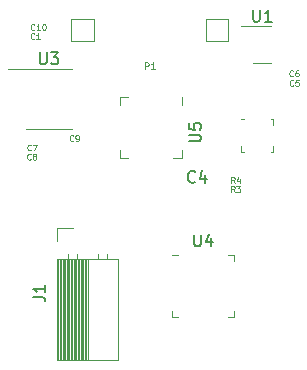
<source format=gbr>
%TF.GenerationSoftware,KiCad,Pcbnew,7.0.6*%
%TF.CreationDate,2023-07-11T14:09:12+02:00*%
%TF.ProjectId,power-output,706f7765-722d-46f7-9574-7075742e6b69,X1*%
%TF.SameCoordinates,Original*%
%TF.FileFunction,Legend,Top*%
%TF.FilePolarity,Positive*%
%FSLAX46Y46*%
G04 Gerber Fmt 4.6, Leading zero omitted, Abs format (unit mm)*
G04 Created by KiCad (PCBNEW 7.0.6) date 2023-07-11 14:09:12*
%MOMM*%
%LPD*%
G01*
G04 APERTURE LIST*
%ADD10C,0.101600*%
%ADD11C,0.150000*%
%ADD12C,0.125000*%
%ADD13C,0.120000*%
G04 APERTURE END LIST*
D10*
X139568805Y-131304978D02*
X139568805Y-130720778D01*
X139568805Y-130720778D02*
X139791357Y-130720778D01*
X139791357Y-130720778D02*
X139846995Y-130748597D01*
X139846995Y-130748597D02*
X139874814Y-130776416D01*
X139874814Y-130776416D02*
X139902633Y-130832054D01*
X139902633Y-130832054D02*
X139902633Y-130915511D01*
X139902633Y-130915511D02*
X139874814Y-130971149D01*
X139874814Y-130971149D02*
X139846995Y-130998968D01*
X139846995Y-130998968D02*
X139791357Y-131026787D01*
X139791357Y-131026787D02*
X139568805Y-131026787D01*
X140459014Y-131304978D02*
X140125186Y-131304978D01*
X140292100Y-131304978D02*
X140292100Y-130720778D01*
X140292100Y-130720778D02*
X140236462Y-130804235D01*
X140236462Y-130804235D02*
X140180824Y-130859873D01*
X140180824Y-130859873D02*
X140125186Y-130887692D01*
D11*
X130154819Y-150583333D02*
X130869104Y-150583333D01*
X130869104Y-150583333D02*
X131011961Y-150630952D01*
X131011961Y-150630952D02*
X131107200Y-150726190D01*
X131107200Y-150726190D02*
X131154819Y-150869047D01*
X131154819Y-150869047D02*
X131154819Y-150964285D01*
X131154819Y-149583333D02*
X131154819Y-150154761D01*
X131154819Y-149869047D02*
X130154819Y-149869047D01*
X130154819Y-149869047D02*
X130297676Y-149964285D01*
X130297676Y-149964285D02*
X130392914Y-150059523D01*
X130392914Y-150059523D02*
X130440533Y-150154761D01*
X143748095Y-145294819D02*
X143748095Y-146104342D01*
X143748095Y-146104342D02*
X143795714Y-146199580D01*
X143795714Y-146199580D02*
X143843333Y-146247200D01*
X143843333Y-146247200D02*
X143938571Y-146294819D01*
X143938571Y-146294819D02*
X144129047Y-146294819D01*
X144129047Y-146294819D02*
X144224285Y-146247200D01*
X144224285Y-146247200D02*
X144271904Y-146199580D01*
X144271904Y-146199580D02*
X144319523Y-146104342D01*
X144319523Y-146104342D02*
X144319523Y-145294819D01*
X145224285Y-145628152D02*
X145224285Y-146294819D01*
X144986190Y-145247200D02*
X144748095Y-145961485D01*
X144748095Y-145961485D02*
X145367142Y-145961485D01*
X143838333Y-140809580D02*
X143790714Y-140857200D01*
X143790714Y-140857200D02*
X143647857Y-140904819D01*
X143647857Y-140904819D02*
X143552619Y-140904819D01*
X143552619Y-140904819D02*
X143409762Y-140857200D01*
X143409762Y-140857200D02*
X143314524Y-140761961D01*
X143314524Y-140761961D02*
X143266905Y-140666723D01*
X143266905Y-140666723D02*
X143219286Y-140476247D01*
X143219286Y-140476247D02*
X143219286Y-140333390D01*
X143219286Y-140333390D02*
X143266905Y-140142914D01*
X143266905Y-140142914D02*
X143314524Y-140047676D01*
X143314524Y-140047676D02*
X143409762Y-139952438D01*
X143409762Y-139952438D02*
X143552619Y-139904819D01*
X143552619Y-139904819D02*
X143647857Y-139904819D01*
X143647857Y-139904819D02*
X143790714Y-139952438D01*
X143790714Y-139952438D02*
X143838333Y-140000057D01*
X144695476Y-140238152D02*
X144695476Y-140904819D01*
X144457381Y-139857200D02*
X144219286Y-140571485D01*
X144219286Y-140571485D02*
X144838333Y-140571485D01*
D12*
X133520666Y-137337190D02*
X133496857Y-137361000D01*
X133496857Y-137361000D02*
X133425428Y-137384809D01*
X133425428Y-137384809D02*
X133377809Y-137384809D01*
X133377809Y-137384809D02*
X133306381Y-137361000D01*
X133306381Y-137361000D02*
X133258762Y-137313380D01*
X133258762Y-137313380D02*
X133234952Y-137265761D01*
X133234952Y-137265761D02*
X133211143Y-137170523D01*
X133211143Y-137170523D02*
X133211143Y-137099095D01*
X133211143Y-137099095D02*
X133234952Y-137003857D01*
X133234952Y-137003857D02*
X133258762Y-136956238D01*
X133258762Y-136956238D02*
X133306381Y-136908619D01*
X133306381Y-136908619D02*
X133377809Y-136884809D01*
X133377809Y-136884809D02*
X133425428Y-136884809D01*
X133425428Y-136884809D02*
X133496857Y-136908619D01*
X133496857Y-136908619D02*
X133520666Y-136932428D01*
X133758762Y-137384809D02*
X133854000Y-137384809D01*
X133854000Y-137384809D02*
X133901619Y-137361000D01*
X133901619Y-137361000D02*
X133925428Y-137337190D01*
X133925428Y-137337190D02*
X133973047Y-137265761D01*
X133973047Y-137265761D02*
X133996857Y-137170523D01*
X133996857Y-137170523D02*
X133996857Y-136980047D01*
X133996857Y-136980047D02*
X133973047Y-136932428D01*
X133973047Y-136932428D02*
X133949238Y-136908619D01*
X133949238Y-136908619D02*
X133901619Y-136884809D01*
X133901619Y-136884809D02*
X133806381Y-136884809D01*
X133806381Y-136884809D02*
X133758762Y-136908619D01*
X133758762Y-136908619D02*
X133734952Y-136932428D01*
X133734952Y-136932428D02*
X133711143Y-136980047D01*
X133711143Y-136980047D02*
X133711143Y-137099095D01*
X133711143Y-137099095D02*
X133734952Y-137146714D01*
X133734952Y-137146714D02*
X133758762Y-137170523D01*
X133758762Y-137170523D02*
X133806381Y-137194333D01*
X133806381Y-137194333D02*
X133901619Y-137194333D01*
X133901619Y-137194333D02*
X133949238Y-137170523D01*
X133949238Y-137170523D02*
X133973047Y-137146714D01*
X133973047Y-137146714D02*
X133996857Y-137099095D01*
X130234571Y-127939190D02*
X130210762Y-127963000D01*
X130210762Y-127963000D02*
X130139333Y-127986809D01*
X130139333Y-127986809D02*
X130091714Y-127986809D01*
X130091714Y-127986809D02*
X130020286Y-127963000D01*
X130020286Y-127963000D02*
X129972667Y-127915380D01*
X129972667Y-127915380D02*
X129948857Y-127867761D01*
X129948857Y-127867761D02*
X129925048Y-127772523D01*
X129925048Y-127772523D02*
X129925048Y-127701095D01*
X129925048Y-127701095D02*
X129948857Y-127605857D01*
X129948857Y-127605857D02*
X129972667Y-127558238D01*
X129972667Y-127558238D02*
X130020286Y-127510619D01*
X130020286Y-127510619D02*
X130091714Y-127486809D01*
X130091714Y-127486809D02*
X130139333Y-127486809D01*
X130139333Y-127486809D02*
X130210762Y-127510619D01*
X130210762Y-127510619D02*
X130234571Y-127534428D01*
X130710762Y-127986809D02*
X130425048Y-127986809D01*
X130567905Y-127986809D02*
X130567905Y-127486809D01*
X130567905Y-127486809D02*
X130520286Y-127558238D01*
X130520286Y-127558238D02*
X130472667Y-127605857D01*
X130472667Y-127605857D02*
X130425048Y-127629666D01*
X131020285Y-127486809D02*
X131067904Y-127486809D01*
X131067904Y-127486809D02*
X131115523Y-127510619D01*
X131115523Y-127510619D02*
X131139333Y-127534428D01*
X131139333Y-127534428D02*
X131163142Y-127582047D01*
X131163142Y-127582047D02*
X131186952Y-127677285D01*
X131186952Y-127677285D02*
X131186952Y-127796333D01*
X131186952Y-127796333D02*
X131163142Y-127891571D01*
X131163142Y-127891571D02*
X131139333Y-127939190D01*
X131139333Y-127939190D02*
X131115523Y-127963000D01*
X131115523Y-127963000D02*
X131067904Y-127986809D01*
X131067904Y-127986809D02*
X131020285Y-127986809D01*
X131020285Y-127986809D02*
X130972666Y-127963000D01*
X130972666Y-127963000D02*
X130948857Y-127939190D01*
X130948857Y-127939190D02*
X130925047Y-127891571D01*
X130925047Y-127891571D02*
X130901238Y-127796333D01*
X130901238Y-127796333D02*
X130901238Y-127677285D01*
X130901238Y-127677285D02*
X130925047Y-127582047D01*
X130925047Y-127582047D02*
X130948857Y-127534428D01*
X130948857Y-127534428D02*
X130972666Y-127510619D01*
X130972666Y-127510619D02*
X131020285Y-127486809D01*
X130218666Y-128701190D02*
X130194857Y-128725000D01*
X130194857Y-128725000D02*
X130123428Y-128748809D01*
X130123428Y-128748809D02*
X130075809Y-128748809D01*
X130075809Y-128748809D02*
X130004381Y-128725000D01*
X130004381Y-128725000D02*
X129956762Y-128677380D01*
X129956762Y-128677380D02*
X129932952Y-128629761D01*
X129932952Y-128629761D02*
X129909143Y-128534523D01*
X129909143Y-128534523D02*
X129909143Y-128463095D01*
X129909143Y-128463095D02*
X129932952Y-128367857D01*
X129932952Y-128367857D02*
X129956762Y-128320238D01*
X129956762Y-128320238D02*
X130004381Y-128272619D01*
X130004381Y-128272619D02*
X130075809Y-128248809D01*
X130075809Y-128248809D02*
X130123428Y-128248809D01*
X130123428Y-128248809D02*
X130194857Y-128272619D01*
X130194857Y-128272619D02*
X130218666Y-128296428D01*
X130694857Y-128748809D02*
X130409143Y-128748809D01*
X130552000Y-128748809D02*
X130552000Y-128248809D01*
X130552000Y-128248809D02*
X130504381Y-128320238D01*
X130504381Y-128320238D02*
X130456762Y-128367857D01*
X130456762Y-128367857D02*
X130409143Y-128391666D01*
D11*
X148738095Y-126274819D02*
X148738095Y-127084342D01*
X148738095Y-127084342D02*
X148785714Y-127179580D01*
X148785714Y-127179580D02*
X148833333Y-127227200D01*
X148833333Y-127227200D02*
X148928571Y-127274819D01*
X148928571Y-127274819D02*
X149119047Y-127274819D01*
X149119047Y-127274819D02*
X149214285Y-127227200D01*
X149214285Y-127227200D02*
X149261904Y-127179580D01*
X149261904Y-127179580D02*
X149309523Y-127084342D01*
X149309523Y-127084342D02*
X149309523Y-126274819D01*
X150309523Y-127274819D02*
X149738095Y-127274819D01*
X150023809Y-127274819D02*
X150023809Y-126274819D01*
X150023809Y-126274819D02*
X149928571Y-126417676D01*
X149928571Y-126417676D02*
X149833333Y-126512914D01*
X149833333Y-126512914D02*
X149738095Y-126560533D01*
D12*
X129936666Y-138127190D02*
X129912857Y-138151000D01*
X129912857Y-138151000D02*
X129841428Y-138174809D01*
X129841428Y-138174809D02*
X129793809Y-138174809D01*
X129793809Y-138174809D02*
X129722381Y-138151000D01*
X129722381Y-138151000D02*
X129674762Y-138103380D01*
X129674762Y-138103380D02*
X129650952Y-138055761D01*
X129650952Y-138055761D02*
X129627143Y-137960523D01*
X129627143Y-137960523D02*
X129627143Y-137889095D01*
X129627143Y-137889095D02*
X129650952Y-137793857D01*
X129650952Y-137793857D02*
X129674762Y-137746238D01*
X129674762Y-137746238D02*
X129722381Y-137698619D01*
X129722381Y-137698619D02*
X129793809Y-137674809D01*
X129793809Y-137674809D02*
X129841428Y-137674809D01*
X129841428Y-137674809D02*
X129912857Y-137698619D01*
X129912857Y-137698619D02*
X129936666Y-137722428D01*
X130103333Y-137674809D02*
X130436666Y-137674809D01*
X130436666Y-137674809D02*
X130222381Y-138174809D01*
X147176666Y-140924809D02*
X147010000Y-140686714D01*
X146890952Y-140924809D02*
X146890952Y-140424809D01*
X146890952Y-140424809D02*
X147081428Y-140424809D01*
X147081428Y-140424809D02*
X147129047Y-140448619D01*
X147129047Y-140448619D02*
X147152857Y-140472428D01*
X147152857Y-140472428D02*
X147176666Y-140520047D01*
X147176666Y-140520047D02*
X147176666Y-140591476D01*
X147176666Y-140591476D02*
X147152857Y-140639095D01*
X147152857Y-140639095D02*
X147129047Y-140662904D01*
X147129047Y-140662904D02*
X147081428Y-140686714D01*
X147081428Y-140686714D02*
X146890952Y-140686714D01*
X147605238Y-140591476D02*
X147605238Y-140924809D01*
X147486190Y-140401000D02*
X147367143Y-140758142D01*
X147367143Y-140758142D02*
X147676666Y-140758142D01*
X129916666Y-138907190D02*
X129892857Y-138931000D01*
X129892857Y-138931000D02*
X129821428Y-138954809D01*
X129821428Y-138954809D02*
X129773809Y-138954809D01*
X129773809Y-138954809D02*
X129702381Y-138931000D01*
X129702381Y-138931000D02*
X129654762Y-138883380D01*
X129654762Y-138883380D02*
X129630952Y-138835761D01*
X129630952Y-138835761D02*
X129607143Y-138740523D01*
X129607143Y-138740523D02*
X129607143Y-138669095D01*
X129607143Y-138669095D02*
X129630952Y-138573857D01*
X129630952Y-138573857D02*
X129654762Y-138526238D01*
X129654762Y-138526238D02*
X129702381Y-138478619D01*
X129702381Y-138478619D02*
X129773809Y-138454809D01*
X129773809Y-138454809D02*
X129821428Y-138454809D01*
X129821428Y-138454809D02*
X129892857Y-138478619D01*
X129892857Y-138478619D02*
X129916666Y-138502428D01*
X130202381Y-138669095D02*
X130154762Y-138645285D01*
X130154762Y-138645285D02*
X130130952Y-138621476D01*
X130130952Y-138621476D02*
X130107143Y-138573857D01*
X130107143Y-138573857D02*
X130107143Y-138550047D01*
X130107143Y-138550047D02*
X130130952Y-138502428D01*
X130130952Y-138502428D02*
X130154762Y-138478619D01*
X130154762Y-138478619D02*
X130202381Y-138454809D01*
X130202381Y-138454809D02*
X130297619Y-138454809D01*
X130297619Y-138454809D02*
X130345238Y-138478619D01*
X130345238Y-138478619D02*
X130369047Y-138502428D01*
X130369047Y-138502428D02*
X130392857Y-138550047D01*
X130392857Y-138550047D02*
X130392857Y-138573857D01*
X130392857Y-138573857D02*
X130369047Y-138621476D01*
X130369047Y-138621476D02*
X130345238Y-138645285D01*
X130345238Y-138645285D02*
X130297619Y-138669095D01*
X130297619Y-138669095D02*
X130202381Y-138669095D01*
X130202381Y-138669095D02*
X130154762Y-138692904D01*
X130154762Y-138692904D02*
X130130952Y-138716714D01*
X130130952Y-138716714D02*
X130107143Y-138764333D01*
X130107143Y-138764333D02*
X130107143Y-138859571D01*
X130107143Y-138859571D02*
X130130952Y-138907190D01*
X130130952Y-138907190D02*
X130154762Y-138931000D01*
X130154762Y-138931000D02*
X130202381Y-138954809D01*
X130202381Y-138954809D02*
X130297619Y-138954809D01*
X130297619Y-138954809D02*
X130345238Y-138931000D01*
X130345238Y-138931000D02*
X130369047Y-138907190D01*
X130369047Y-138907190D02*
X130392857Y-138859571D01*
X130392857Y-138859571D02*
X130392857Y-138764333D01*
X130392857Y-138764333D02*
X130369047Y-138716714D01*
X130369047Y-138716714D02*
X130345238Y-138692904D01*
X130345238Y-138692904D02*
X130297619Y-138669095D01*
X152126666Y-131847190D02*
X152102857Y-131871000D01*
X152102857Y-131871000D02*
X152031428Y-131894809D01*
X152031428Y-131894809D02*
X151983809Y-131894809D01*
X151983809Y-131894809D02*
X151912381Y-131871000D01*
X151912381Y-131871000D02*
X151864762Y-131823380D01*
X151864762Y-131823380D02*
X151840952Y-131775761D01*
X151840952Y-131775761D02*
X151817143Y-131680523D01*
X151817143Y-131680523D02*
X151817143Y-131609095D01*
X151817143Y-131609095D02*
X151840952Y-131513857D01*
X151840952Y-131513857D02*
X151864762Y-131466238D01*
X151864762Y-131466238D02*
X151912381Y-131418619D01*
X151912381Y-131418619D02*
X151983809Y-131394809D01*
X151983809Y-131394809D02*
X152031428Y-131394809D01*
X152031428Y-131394809D02*
X152102857Y-131418619D01*
X152102857Y-131418619D02*
X152126666Y-131442428D01*
X152555238Y-131394809D02*
X152460000Y-131394809D01*
X152460000Y-131394809D02*
X152412381Y-131418619D01*
X152412381Y-131418619D02*
X152388571Y-131442428D01*
X152388571Y-131442428D02*
X152340952Y-131513857D01*
X152340952Y-131513857D02*
X152317143Y-131609095D01*
X152317143Y-131609095D02*
X152317143Y-131799571D01*
X152317143Y-131799571D02*
X152340952Y-131847190D01*
X152340952Y-131847190D02*
X152364762Y-131871000D01*
X152364762Y-131871000D02*
X152412381Y-131894809D01*
X152412381Y-131894809D02*
X152507619Y-131894809D01*
X152507619Y-131894809D02*
X152555238Y-131871000D01*
X152555238Y-131871000D02*
X152579047Y-131847190D01*
X152579047Y-131847190D02*
X152602857Y-131799571D01*
X152602857Y-131799571D02*
X152602857Y-131680523D01*
X152602857Y-131680523D02*
X152579047Y-131632904D01*
X152579047Y-131632904D02*
X152555238Y-131609095D01*
X152555238Y-131609095D02*
X152507619Y-131585285D01*
X152507619Y-131585285D02*
X152412381Y-131585285D01*
X152412381Y-131585285D02*
X152364762Y-131609095D01*
X152364762Y-131609095D02*
X152340952Y-131632904D01*
X152340952Y-131632904D02*
X152317143Y-131680523D01*
X147176666Y-141704809D02*
X147010000Y-141466714D01*
X146890952Y-141704809D02*
X146890952Y-141204809D01*
X146890952Y-141204809D02*
X147081428Y-141204809D01*
X147081428Y-141204809D02*
X147129047Y-141228619D01*
X147129047Y-141228619D02*
X147152857Y-141252428D01*
X147152857Y-141252428D02*
X147176666Y-141300047D01*
X147176666Y-141300047D02*
X147176666Y-141371476D01*
X147176666Y-141371476D02*
X147152857Y-141419095D01*
X147152857Y-141419095D02*
X147129047Y-141442904D01*
X147129047Y-141442904D02*
X147081428Y-141466714D01*
X147081428Y-141466714D02*
X146890952Y-141466714D01*
X147343333Y-141204809D02*
X147652857Y-141204809D01*
X147652857Y-141204809D02*
X147486190Y-141395285D01*
X147486190Y-141395285D02*
X147557619Y-141395285D01*
X147557619Y-141395285D02*
X147605238Y-141419095D01*
X147605238Y-141419095D02*
X147629047Y-141442904D01*
X147629047Y-141442904D02*
X147652857Y-141490523D01*
X147652857Y-141490523D02*
X147652857Y-141609571D01*
X147652857Y-141609571D02*
X147629047Y-141657190D01*
X147629047Y-141657190D02*
X147605238Y-141681000D01*
X147605238Y-141681000D02*
X147557619Y-141704809D01*
X147557619Y-141704809D02*
X147414762Y-141704809D01*
X147414762Y-141704809D02*
X147367143Y-141681000D01*
X147367143Y-141681000D02*
X147343333Y-141657190D01*
D11*
X130688095Y-129879819D02*
X130688095Y-130689342D01*
X130688095Y-130689342D02*
X130735714Y-130784580D01*
X130735714Y-130784580D02*
X130783333Y-130832200D01*
X130783333Y-130832200D02*
X130878571Y-130879819D01*
X130878571Y-130879819D02*
X131069047Y-130879819D01*
X131069047Y-130879819D02*
X131164285Y-130832200D01*
X131164285Y-130832200D02*
X131211904Y-130784580D01*
X131211904Y-130784580D02*
X131259523Y-130689342D01*
X131259523Y-130689342D02*
X131259523Y-129879819D01*
X131640476Y-129879819D02*
X132259523Y-129879819D01*
X132259523Y-129879819D02*
X131926190Y-130260771D01*
X131926190Y-130260771D02*
X132069047Y-130260771D01*
X132069047Y-130260771D02*
X132164285Y-130308390D01*
X132164285Y-130308390D02*
X132211904Y-130356009D01*
X132211904Y-130356009D02*
X132259523Y-130451247D01*
X132259523Y-130451247D02*
X132259523Y-130689342D01*
X132259523Y-130689342D02*
X132211904Y-130784580D01*
X132211904Y-130784580D02*
X132164285Y-130832200D01*
X132164285Y-130832200D02*
X132069047Y-130879819D01*
X132069047Y-130879819D02*
X131783333Y-130879819D01*
X131783333Y-130879819D02*
X131688095Y-130832200D01*
X131688095Y-130832200D02*
X131640476Y-130784580D01*
D12*
X152146666Y-132657190D02*
X152122857Y-132681000D01*
X152122857Y-132681000D02*
X152051428Y-132704809D01*
X152051428Y-132704809D02*
X152003809Y-132704809D01*
X152003809Y-132704809D02*
X151932381Y-132681000D01*
X151932381Y-132681000D02*
X151884762Y-132633380D01*
X151884762Y-132633380D02*
X151860952Y-132585761D01*
X151860952Y-132585761D02*
X151837143Y-132490523D01*
X151837143Y-132490523D02*
X151837143Y-132419095D01*
X151837143Y-132419095D02*
X151860952Y-132323857D01*
X151860952Y-132323857D02*
X151884762Y-132276238D01*
X151884762Y-132276238D02*
X151932381Y-132228619D01*
X151932381Y-132228619D02*
X152003809Y-132204809D01*
X152003809Y-132204809D02*
X152051428Y-132204809D01*
X152051428Y-132204809D02*
X152122857Y-132228619D01*
X152122857Y-132228619D02*
X152146666Y-132252428D01*
X152599047Y-132204809D02*
X152360952Y-132204809D01*
X152360952Y-132204809D02*
X152337143Y-132442904D01*
X152337143Y-132442904D02*
X152360952Y-132419095D01*
X152360952Y-132419095D02*
X152408571Y-132395285D01*
X152408571Y-132395285D02*
X152527619Y-132395285D01*
X152527619Y-132395285D02*
X152575238Y-132419095D01*
X152575238Y-132419095D02*
X152599047Y-132442904D01*
X152599047Y-132442904D02*
X152622857Y-132490523D01*
X152622857Y-132490523D02*
X152622857Y-132609571D01*
X152622857Y-132609571D02*
X152599047Y-132657190D01*
X152599047Y-132657190D02*
X152575238Y-132681000D01*
X152575238Y-132681000D02*
X152527619Y-132704809D01*
X152527619Y-132704809D02*
X152408571Y-132704809D01*
X152408571Y-132704809D02*
X152360952Y-132681000D01*
X152360952Y-132681000D02*
X152337143Y-132657190D01*
D11*
X143334819Y-137413904D02*
X144144342Y-137413904D01*
X144144342Y-137413904D02*
X144239580Y-137366285D01*
X144239580Y-137366285D02*
X144287200Y-137318666D01*
X144287200Y-137318666D02*
X144334819Y-137223428D01*
X144334819Y-137223428D02*
X144334819Y-137032952D01*
X144334819Y-137032952D02*
X144287200Y-136937714D01*
X144287200Y-136937714D02*
X144239580Y-136890095D01*
X144239580Y-136890095D02*
X144144342Y-136842476D01*
X144144342Y-136842476D02*
X143334819Y-136842476D01*
X143334819Y-135890095D02*
X143334819Y-136366285D01*
X143334819Y-136366285D02*
X143811009Y-136413904D01*
X143811009Y-136413904D02*
X143763390Y-136366285D01*
X143763390Y-136366285D02*
X143715771Y-136271047D01*
X143715771Y-136271047D02*
X143715771Y-136032952D01*
X143715771Y-136032952D02*
X143763390Y-135937714D01*
X143763390Y-135937714D02*
X143811009Y-135890095D01*
X143811009Y-135890095D02*
X143906247Y-135842476D01*
X143906247Y-135842476D02*
X144144342Y-135842476D01*
X144144342Y-135842476D02*
X144239580Y-135890095D01*
X144239580Y-135890095D02*
X144287200Y-135937714D01*
X144287200Y-135937714D02*
X144334819Y-136032952D01*
X144334819Y-136032952D02*
X144334819Y-136271047D01*
X144334819Y-136271047D02*
X144287200Y-136366285D01*
X144287200Y-136366285D02*
X144239580Y-136413904D01*
D13*
%TO.C,TP1*%
X133350000Y-127050000D02*
X135250000Y-127050000D01*
X133350000Y-128950000D02*
X133350000Y-127050000D01*
X135250000Y-127050000D02*
X135250000Y-128950000D01*
X135250000Y-128950000D02*
X133350000Y-128950000D01*
%TO.C,TP3*%
X144750000Y-127050000D02*
X146650000Y-127050000D01*
X144750000Y-128950000D02*
X144750000Y-127050000D01*
X146650000Y-127050000D02*
X146650000Y-128950000D01*
X146650000Y-128950000D02*
X144750000Y-128950000D01*
%TO.C,J1*%
X132140000Y-155960000D02*
X137340000Y-155960000D01*
X132140000Y-155960000D02*
X132140000Y-147330000D01*
X132260000Y-155960000D02*
X132260000Y-147330000D01*
X132378095Y-155960000D02*
X132378095Y-147330000D01*
X132496190Y-155960000D02*
X132496190Y-147330000D01*
X132614285Y-155960000D02*
X132614285Y-147330000D01*
X132732380Y-155960000D02*
X132732380Y-147330000D01*
X132850475Y-155960000D02*
X132850475Y-147330000D01*
X132968570Y-155960000D02*
X132968570Y-147330000D01*
X133086665Y-155960000D02*
X133086665Y-147330000D01*
X133204760Y-155960000D02*
X133204760Y-147330000D01*
X133322855Y-155960000D02*
X133322855Y-147330000D01*
X133440950Y-155960000D02*
X133440950Y-147330000D01*
X133559045Y-155960000D02*
X133559045Y-147330000D01*
X133677140Y-155960000D02*
X133677140Y-147330000D01*
X133795235Y-155960000D02*
X133795235Y-147330000D01*
X133913330Y-155960000D02*
X133913330Y-147330000D01*
X134031425Y-155960000D02*
X134031425Y-147330000D01*
X134149520Y-155960000D02*
X134149520Y-147330000D01*
X134267615Y-155960000D02*
X134267615Y-147330000D01*
X134385710Y-155960000D02*
X134385710Y-147330000D01*
X134503805Y-155960000D02*
X134503805Y-147330000D01*
X134621900Y-155960000D02*
X134621900Y-147330000D01*
X134740000Y-155960000D02*
X134740000Y-147330000D01*
X137340000Y-155960000D02*
X137340000Y-147330000D01*
X132140000Y-147330000D02*
X137340000Y-147330000D01*
X133110000Y-147330000D02*
X133110000Y-146980000D01*
X133830000Y-147330000D02*
X133830000Y-146980000D01*
X135650000Y-147330000D02*
X135650000Y-146920000D01*
X136370000Y-147330000D02*
X136370000Y-146920000D01*
X132140000Y-145870000D02*
X132140000Y-144760000D01*
X132140000Y-144760000D02*
X133470000Y-144760000D01*
%TO.C,U4*%
X141900000Y-152270000D02*
X141900000Y-151795000D01*
X142375000Y-147050000D02*
X141900000Y-147050000D01*
X142375000Y-152270000D02*
X141900000Y-152270000D01*
X146645000Y-147050000D02*
X147120000Y-147050000D01*
X146645000Y-152270000D02*
X147120000Y-152270000D01*
X147120000Y-147050000D02*
X147120000Y-147525000D01*
X147120000Y-152270000D02*
X147120000Y-151795000D01*
%TO.C,U1*%
X149500000Y-127660000D02*
X147700000Y-127660000D01*
X149500000Y-127660000D02*
X150300000Y-127660000D01*
X149500000Y-130780000D02*
X148700000Y-130780000D01*
X149500000Y-130780000D02*
X150300000Y-130780000D01*
%TO.C,U2*%
X147730500Y-138274000D02*
X147730500Y-137799000D01*
X147955500Y-135554000D02*
X147730500Y-135554000D01*
X147955500Y-138274000D02*
X147730500Y-138274000D01*
X150225500Y-135554000D02*
X150450500Y-135554000D01*
X150225500Y-138274000D02*
X150450500Y-138274000D01*
X150450500Y-135554000D02*
X150450500Y-136029000D01*
X150450500Y-138274000D02*
X150450500Y-137799000D01*
%TO.C,U3*%
X131450000Y-131265000D02*
X128000000Y-131265000D01*
X131450000Y-131265000D02*
X133400000Y-131265000D01*
X131450000Y-136385000D02*
X129500000Y-136385000D01*
X131450000Y-136385000D02*
X133400000Y-136385000D01*
%TO.C,U5*%
X137470000Y-133610000D02*
X138195000Y-133610000D01*
X142690000Y-134335000D02*
X142690000Y-133610000D01*
X137470000Y-134335000D02*
X137470000Y-133610000D01*
X142690000Y-138105000D02*
X142690000Y-138830000D01*
X137470000Y-138105000D02*
X137470000Y-138830000D01*
X142690000Y-138830000D02*
X141965000Y-138830000D01*
X137470000Y-138830000D02*
X138195000Y-138830000D01*
%TD*%
M02*

</source>
